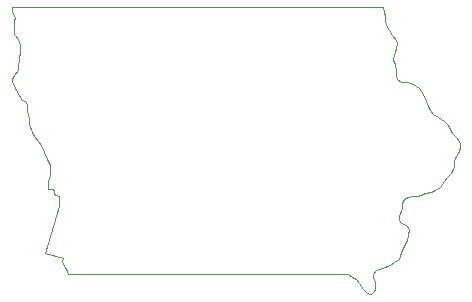
<source format=gbr>
G04 (created by PCBNEW (2013-may-18)-stable) date Mon 02 Nov 2015 08:05:35 PM CST*
%MOIN*%
G04 Gerber Fmt 3.4, Leading zero omitted, Abs format*
%FSLAX34Y34*%
G01*
G70*
G90*
G04 APERTURE LIST*
%ADD10C,0.00590551*%
%ADD11C,0.00393701*%
G04 APERTURE END LIST*
G54D10*
G54D11*
X73040Y-56360D02*
X73040Y-56200D01*
X73120Y-56440D02*
X73040Y-56360D01*
X73140Y-56540D02*
X73120Y-56440D01*
X73120Y-56620D02*
X73140Y-56540D01*
X73100Y-56840D02*
X73120Y-56620D01*
X73100Y-57080D02*
X73100Y-56840D01*
X73160Y-57120D02*
X73100Y-57080D01*
X73260Y-57240D02*
X73160Y-57120D01*
X73300Y-57440D02*
X73260Y-57240D01*
X73320Y-57700D02*
X73300Y-57440D01*
X73280Y-57880D02*
X73320Y-57700D01*
X73260Y-58180D02*
X73280Y-57880D01*
X73240Y-58280D02*
X73260Y-58180D01*
X73100Y-58460D02*
X73240Y-58280D01*
X73040Y-58600D02*
X73100Y-58460D01*
X73040Y-58700D02*
X73040Y-58600D01*
X73100Y-58780D02*
X73040Y-58700D01*
X73160Y-58880D02*
X73100Y-58780D01*
X73300Y-59200D02*
X73160Y-58880D01*
X73380Y-59280D02*
X73300Y-59200D01*
X73480Y-59320D02*
X73380Y-59280D01*
X73540Y-59420D02*
X73480Y-59320D01*
X73560Y-59640D02*
X73540Y-59420D01*
X73620Y-59880D02*
X73560Y-59640D01*
X73620Y-60080D02*
X73620Y-59880D01*
X73700Y-60360D02*
X73620Y-60080D01*
X73780Y-60500D02*
X73700Y-60360D01*
X73900Y-60640D02*
X73780Y-60500D01*
X74000Y-60800D02*
X73900Y-60640D01*
X74220Y-61240D02*
X74000Y-60800D01*
X74300Y-61440D02*
X74220Y-61240D01*
X74300Y-61620D02*
X74300Y-61440D01*
X74300Y-61800D02*
X74300Y-61620D01*
X74260Y-61980D02*
X74300Y-61800D01*
X74240Y-62160D02*
X74260Y-61980D01*
X74260Y-62240D02*
X74240Y-62160D01*
X74420Y-62240D02*
X74260Y-62240D01*
X74460Y-62320D02*
X74420Y-62240D01*
X74460Y-62420D02*
X74460Y-62320D01*
X74500Y-62460D02*
X74460Y-62420D01*
X74600Y-62480D02*
X74500Y-62460D01*
X74620Y-62520D02*
X74600Y-62480D01*
X74620Y-62600D02*
X74620Y-62520D01*
X74620Y-62700D02*
X74620Y-62600D01*
X74620Y-62820D02*
X74620Y-62700D01*
X74140Y-64380D02*
X74620Y-62820D01*
X74740Y-64540D02*
X74140Y-64380D01*
X74720Y-64660D02*
X74740Y-64540D01*
X74740Y-64760D02*
X74720Y-64660D01*
X74820Y-64860D02*
X74740Y-64760D01*
X74880Y-64980D02*
X74820Y-64860D01*
X74900Y-65100D02*
X74880Y-64980D01*
X84240Y-65100D02*
X74900Y-65100D01*
X84380Y-65180D02*
X84240Y-65100D01*
X84500Y-65260D02*
X84380Y-65180D01*
X84600Y-65380D02*
X84500Y-65260D01*
X84740Y-65580D02*
X84600Y-65380D01*
X84860Y-65700D02*
X84740Y-65580D01*
X84940Y-65760D02*
X84860Y-65700D01*
X85020Y-65740D02*
X84940Y-65760D01*
X85100Y-65640D02*
X85020Y-65740D01*
X85160Y-65580D02*
X85100Y-65640D01*
X85160Y-65460D02*
X85160Y-65580D01*
X85140Y-65340D02*
X85160Y-65460D01*
X85080Y-65180D02*
X85140Y-65340D01*
X85080Y-65100D02*
X85080Y-65180D01*
X85180Y-64960D02*
X85080Y-65100D01*
X85380Y-64880D02*
X85180Y-64960D01*
X85640Y-64780D02*
X85380Y-64880D01*
X85780Y-64700D02*
X85640Y-64780D01*
X85940Y-64580D02*
X85780Y-64700D01*
X85980Y-64480D02*
X85940Y-64580D01*
X86020Y-64360D02*
X85980Y-64480D01*
X86100Y-64140D02*
X86020Y-64360D01*
X86200Y-63940D02*
X86100Y-64140D01*
X86260Y-63800D02*
X86200Y-63940D01*
X86280Y-63580D02*
X86260Y-63800D01*
X86180Y-63460D02*
X86280Y-63580D01*
X86020Y-63380D02*
X86180Y-63460D01*
X85940Y-63280D02*
X86020Y-63380D01*
X85940Y-63140D02*
X85940Y-63280D01*
X86060Y-62900D02*
X85940Y-63140D01*
X86060Y-62720D02*
X86060Y-62900D01*
X86120Y-62580D02*
X86060Y-62720D01*
X86260Y-62520D02*
X86120Y-62580D01*
X86420Y-62500D02*
X86260Y-62520D01*
X86540Y-62500D02*
X86420Y-62500D01*
X86680Y-62460D02*
X86540Y-62500D01*
X86820Y-62400D02*
X86680Y-62460D01*
X87000Y-62360D02*
X86820Y-62400D01*
X87160Y-62280D02*
X87000Y-62360D01*
X87320Y-62180D02*
X87160Y-62280D01*
X87440Y-62000D02*
X87320Y-62180D01*
X87540Y-61840D02*
X87440Y-62000D01*
X87680Y-61720D02*
X87540Y-61840D01*
X87760Y-61600D02*
X87680Y-61720D01*
X87780Y-61480D02*
X87760Y-61600D01*
X87780Y-61320D02*
X87780Y-61480D01*
X87820Y-61220D02*
X87780Y-61320D01*
X87940Y-61000D02*
X87820Y-61220D01*
X87980Y-60860D02*
X87940Y-61000D01*
X87980Y-60740D02*
X87980Y-60860D01*
X87940Y-60640D02*
X87980Y-60740D01*
X87840Y-60520D02*
X87940Y-60640D01*
X87720Y-60380D02*
X87840Y-60520D01*
X87660Y-60240D02*
X87720Y-60380D01*
X87580Y-60120D02*
X87660Y-60240D01*
X87440Y-59980D02*
X87580Y-60120D01*
X87260Y-59860D02*
X87440Y-59980D01*
X87080Y-59740D02*
X87260Y-59860D01*
X86980Y-59620D02*
X87080Y-59740D01*
X86920Y-59500D02*
X86980Y-59620D01*
X86840Y-59320D02*
X86920Y-59500D01*
X86740Y-59100D02*
X86840Y-59320D01*
X86600Y-58880D02*
X86740Y-59100D01*
X86420Y-58740D02*
X86600Y-58880D01*
X86200Y-58700D02*
X86420Y-58740D01*
X86020Y-58680D02*
X86200Y-58700D01*
X85880Y-58600D02*
X86020Y-58680D01*
X85840Y-58480D02*
X85880Y-58600D01*
X85840Y-58320D02*
X85840Y-58480D01*
X85800Y-58100D02*
X85840Y-58320D01*
X85740Y-57960D02*
X85800Y-58100D01*
X85740Y-57880D02*
X85740Y-57960D01*
X85800Y-57680D02*
X85740Y-57880D01*
X85860Y-57540D02*
X85800Y-57680D01*
X85880Y-57400D02*
X85860Y-57540D01*
X85840Y-57280D02*
X85880Y-57400D01*
X85700Y-57120D02*
X85840Y-57280D01*
X85600Y-56960D02*
X85700Y-57120D01*
X85520Y-56780D02*
X85600Y-56960D01*
X85480Y-56620D02*
X85520Y-56780D01*
X85480Y-56480D02*
X85480Y-56620D01*
X85450Y-56350D02*
X85480Y-56480D01*
X85400Y-56200D02*
X85450Y-56350D01*
X73050Y-56200D02*
X85400Y-56200D01*
M02*

</source>
